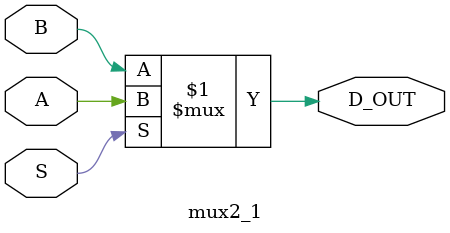
<source format=v>
module mux2_1(
    input A,
    input B,
    input S,
    output D_OUT
    );
    
    assign D_OUT = S ? A:B;
    
endmodule

</source>
